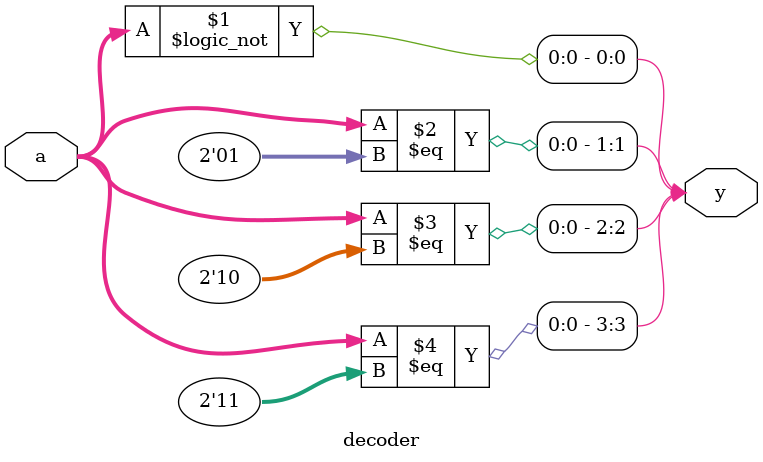
<source format=v>
module decoder #(
    parameter N = 2
)(
    input [N - 1:0]         a,
    output [(1 << N) - 1:0] y
);

genvar i;
generate
    for (i = 0; i < (1 << N); i = i + 1) begin
        assign y[i] = (a == i);
    end
endgenerate

endmodule
</source>
